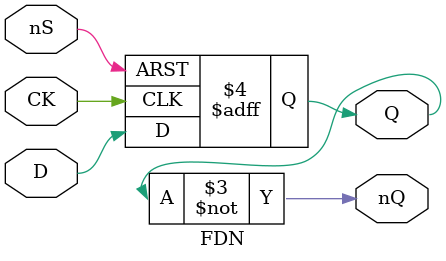
<source format=v>

`timescale 1ns/100ps

module FDN(
	input CK,
	input D,
	input nS,
	output reg Q,
	output nQ
);

always @(posedge CK or negedge nS) begin
	if (!nS)
		Q <= 1'b1;	// tmax = 2.9ns
	else
		Q <= D;		// tmax = 6.1ns
end

assign nQ = ~Q;

endmodule

</source>
